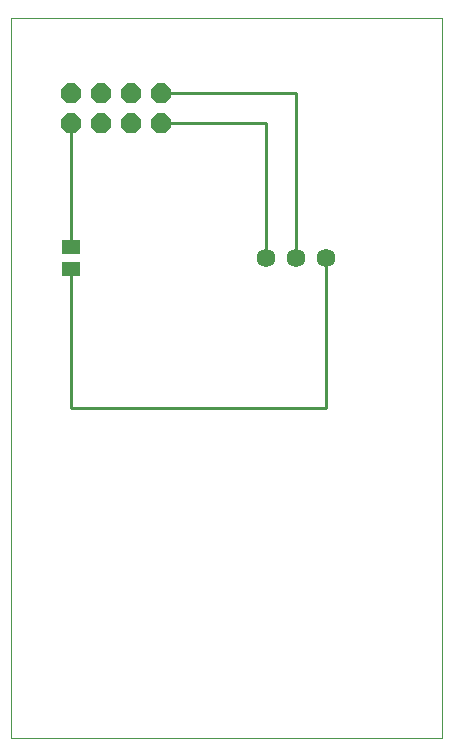
<source format=gtl>
G04 EAGLE Gerber RS-274X export*
G75*
%MOMM*%
%FSLAX34Y34*%
%LPD*%
%INTop Copper*%
%IPPOS*%
%AMOC8*
5,1,8,0,0,1.08239X$1,22.5*%
G01*
%ADD10C,0.000000*%
%ADD11C,1.590000*%
%ADD12P,1.814519X8X202.500000*%
%ADD13R,1.500000X1.300000*%
%ADD14C,0.254000*%


D10*
X0Y190500D02*
X365000Y190500D01*
X365000Y800000D01*
X0Y800000D01*
X0Y190500D01*
D11*
X215900Y596900D03*
X241300Y596900D03*
X266700Y596900D03*
D12*
X127000Y736600D03*
X127000Y711200D03*
X101600Y736600D03*
X101600Y711200D03*
X76200Y736600D03*
X76200Y711200D03*
X50800Y736600D03*
X50800Y711200D03*
D13*
X50800Y587400D03*
X50800Y606400D03*
D14*
X241300Y596900D02*
X241300Y736600D01*
X127000Y736600D01*
X50800Y587400D02*
X50800Y469900D01*
X266700Y469900D01*
X266700Y596900D01*
X50800Y606400D02*
X50800Y711200D01*
X127000Y711200D02*
X215900Y711200D01*
X215900Y596900D01*
M02*

</source>
